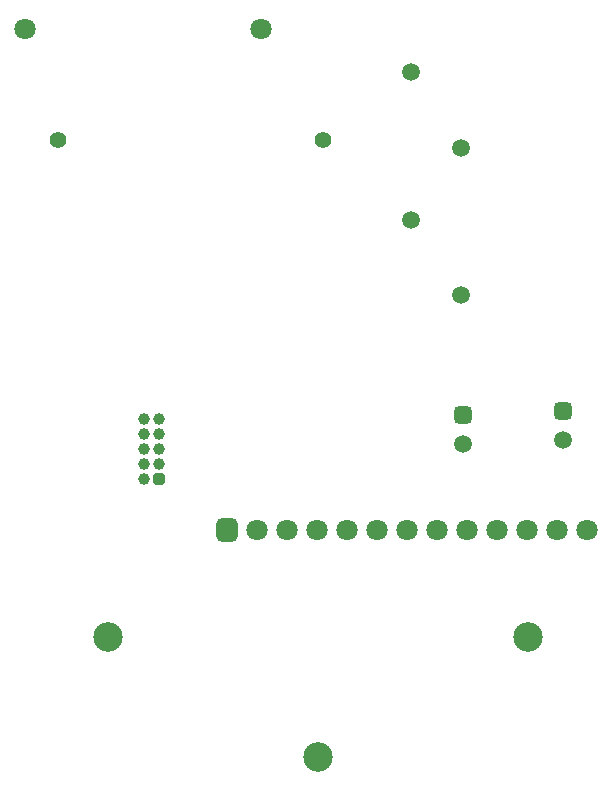
<source format=gbr>
%TF.GenerationSoftware,KiCad,Pcbnew,8.0.6-1.fc40*%
%TF.CreationDate,2024-12-16T09:47:34-08:00*%
%TF.ProjectId,energy_meter,656e6572-6779-45f6-9d65-7465722e6b69,0*%
%TF.SameCoordinates,Original*%
%TF.FileFunction,Soldermask,Bot*%
%TF.FilePolarity,Negative*%
%FSLAX46Y46*%
G04 Gerber Fmt 4.6, Leading zero omitted, Abs format (unit mm)*
G04 Created by KiCad (PCBNEW 8.0.6-1.fc40) date 2024-12-16 09:47:34*
%MOMM*%
%LPD*%
G01*
G04 APERTURE LIST*
G04 Aperture macros list*
%AMRoundRect*
0 Rectangle with rounded corners*
0 $1 Rounding radius*
0 $2 $3 $4 $5 $6 $7 $8 $9 X,Y pos of 4 corners*
0 Add a 4 corners polygon primitive as box body*
4,1,4,$2,$3,$4,$5,$6,$7,$8,$9,$2,$3,0*
0 Add four circle primitives for the rounded corners*
1,1,$1+$1,$2,$3*
1,1,$1+$1,$4,$5*
1,1,$1+$1,$6,$7*
1,1,$1+$1,$8,$9*
0 Add four rect primitives between the rounded corners*
20,1,$1+$1,$2,$3,$4,$5,0*
20,1,$1+$1,$4,$5,$6,$7,0*
20,1,$1+$1,$6,$7,$8,$9,0*
20,1,$1+$1,$8,$9,$2,$3,0*%
G04 Aperture macros list end*
%ADD10RoundRect,0.250000X0.250000X-0.250000X0.250000X0.250000X-0.250000X0.250000X-0.250000X-0.250000X0*%
%ADD11C,1.000000*%
%ADD12RoundRect,0.375000X-0.375000X0.375000X-0.375000X-0.375000X0.375000X-0.375000X0.375000X0.375000X0*%
%ADD13C,1.500000*%
%ADD14C,1.400000*%
%ADD15RoundRect,0.450000X-0.450000X-0.550000X0.450000X-0.550000X0.450000X0.550000X-0.450000X0.550000X0*%
%ADD16C,1.800000*%
%ADD17C,2.500000*%
G04 APERTURE END LIST*
D10*
%TO.C,J401*%
X126500000Y-84980000D03*
D11*
X125230000Y-84980000D03*
X126500000Y-83710000D03*
X125230000Y-83710000D03*
X126500000Y-82440000D03*
X125230000Y-82440000D03*
X126500000Y-81170000D03*
X125230000Y-81170000D03*
X126500000Y-79900000D03*
X125230000Y-79900000D03*
%TD*%
D12*
%TO.C,C208*%
X160700000Y-79250000D03*
D13*
X160700000Y-81750000D03*
%TD*%
D14*
%TO.C,C203*%
X117950000Y-56300000D03*
X140450000Y-56300000D03*
%TD*%
D15*
%TO.C,J501*%
X132320000Y-89300000D03*
D16*
X134860000Y-89300000D03*
X137400000Y-89300000D03*
X139940000Y-89300000D03*
X142480000Y-89300000D03*
X145020000Y-89300000D03*
X147560000Y-89300000D03*
X150100000Y-89300000D03*
X152640000Y-89300000D03*
X155180000Y-89300000D03*
X157720000Y-89300000D03*
X160260000Y-89300000D03*
X162800000Y-89300000D03*
%TD*%
D12*
%TO.C,C207*%
X152300000Y-79550000D03*
D13*
X152300000Y-82050000D03*
%TD*%
D17*
%TO.C,T301*%
X140000000Y-108580000D03*
X157780000Y-98420000D03*
X122220000Y-98420000D03*
%TD*%
D13*
%TO.C,R306*%
X152100000Y-56950000D03*
X152100000Y-69450000D03*
%TD*%
D16*
%TO.C,R202*%
X135200000Y-46900000D03*
X115200000Y-46900000D03*
%TD*%
D13*
%TO.C,R305*%
X147900000Y-50550000D03*
X147900000Y-63050000D03*
%TD*%
M02*

</source>
